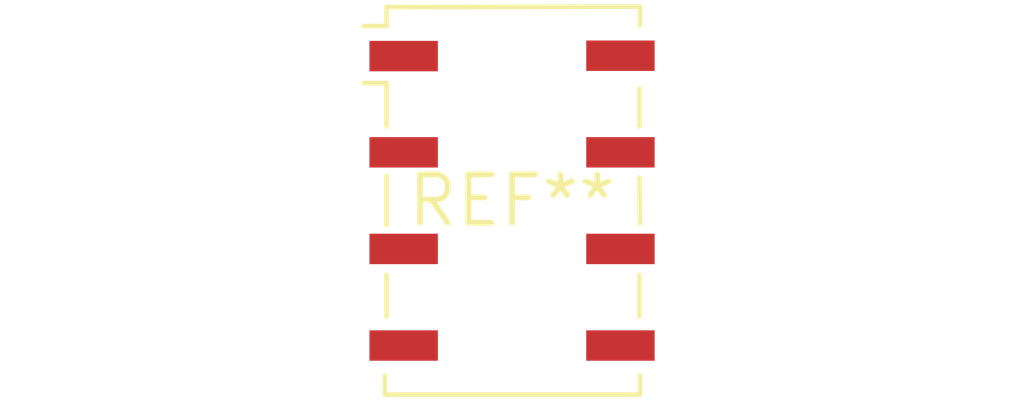
<source format=kicad_pcb>
(kicad_pcb (version 20240108) (generator pcbnew)
  (layers (0 "F.Cu" signal) (31 "B.Cu" signal) (34 "B.Paste" user) (35 "F.Paste" user) (36 "B.SilkS" user "B.Silkscreen") (37 "F.SilkS" user "F.Silkscreen") (38 "B.Mask" user) (39 "F.Mask" user) (44 "Edge.Cuts" user))
  (net 0 "")
  (footprint "Relay_DPDT_Omron_G6K-2G" (layer "F.Cu") (at 0 0)
    (property "Reference" "REF**")
    (property "Value" "Relay_DPDT_Omron_G6K-2G")
    (fp_line (start -3.34 5.1) (end -3.34 4.6) (layer "F.SilkS") (stroke (width 0.12)))
    (fp_line (start -3.3 -5.09) (end -3.3 -4.59) (layer "F.SilkS") (stroke (width 0.12)))
    (fp_line (start -3.3 -5.09) (end 3.36 -5.1) (layer "F.SilkS") (stroke (width 0.12)))
    (fp_line (start -3.3 -4.59) (end -3.9 -4.59) (layer "F.SilkS") (stroke (width 0.12)))
    (fp_line (start -3.3 -3.09) (end -3.9 -3.09) (layer "F.SilkS") (stroke (width 0.12)))
    (fp_line (start -3.3 -1.95) (end -3.3 -3.09) (layer "F.SilkS") (stroke (width 0.12)))
    (fp_line (start -3.3 0.65) (end -3.3 -0.65) (layer "F.SilkS") (stroke (width 0.12)))
    (fp_line (start -3.3 3.05) (end -3.3 1.95) (layer "F.SilkS") (stroke (width 0.12)))
    (fp_line (start 3.35 -2.95) (end 3.35 -1.95) (layer "F.SilkS") (stroke (width 0.12)))
    (fp_line (start 3.35 -0.6) (end 3.36 0.6) (layer "F.SilkS") (stroke (width 0.12)))
    (fp_line (start 3.35 1.95) (end 3.35 3.05) (layer "F.SilkS") (stroke (width 0.12)))
    (fp_line (start 3.36 -5.1) (end 3.36 -4.6) (layer "F.SilkS") (stroke (width 0.12)))
    (fp_line (start 3.36 4.6) (end 3.36 5.1) (layer "F.SilkS") (stroke (width 0.12)))
    (fp_line (start 3.36 5.1) (end -3.34 5.1) (layer "F.SilkS") (stroke (width 0.12)))
    (pad "1" smd rect (at -2.85 -3.8) (size 1.8 0.8) (layers "F.Cu" "F.Paste" "F.Mask"))
    (pad "2" smd rect (at -2.85 -1.27) (size 1.8 0.8) (layers "F.Cu" "F.Paste" "F.Mask"))
    (pad "3" smd rect (at -2.85 1.27) (size 1.8 0.8) (layers "F.Cu" "F.Paste" "F.Mask"))
    (pad "4" smd rect (at -2.85 3.81) (size 1.8 0.8) (layers "F.Cu" "F.Paste" "F.Mask"))
    (pad "5" smd rect (at 2.85 3.81) (size 1.8 0.8) (layers "F.Cu" "F.Paste" "F.Mask"))
    (pad "6" smd rect (at 2.85 1.27) (size 1.8 0.8) (layers "F.Cu" "F.Paste" "F.Mask"))
    (pad "7" smd rect (at 2.85 -1.27) (size 1.8 0.8) (layers "F.Cu" "F.Paste" "F.Mask"))
    (pad "8" smd rect (at 2.85 -3.81) (size 1.8 0.8) (layers "F.Cu" "F.Paste" "F.Mask"))
  )
)
</source>
